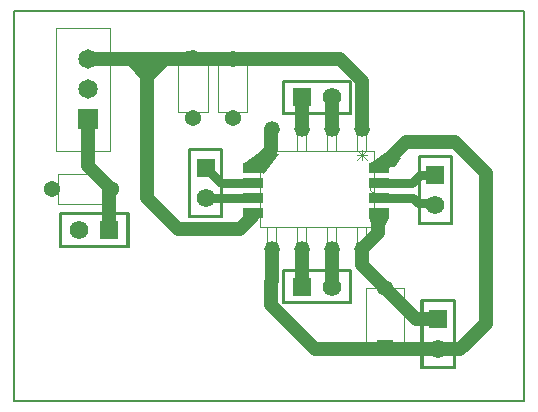
<source format=gbl>
G04*
G04 #@! TF.GenerationSoftware,Altium Limited,Altium Designer,21.0.8 (223)*
G04*
G04 Layer_Physical_Order=2*
G04 Layer_Color=16711680*
%FSLAX25Y25*%
%MOIN*%
G70*
G04*
G04 #@! TF.SameCoordinates,E7718C12-BC85-45C8-BBF6-CE0E0CA18016*
G04*
G04*
G04 #@! TF.FilePolarity,Positive*
G04*
G01*
G75*
%ADD10C,0.00600*%
%ADD12C,0.00787*%
%ADD14C,0.00300*%
%ADD15C,0.00000*%
%ADD16C,0.00100*%
%ADD17C,0.05400*%
%ADD18C,0.06181*%
%ADD19R,0.06181X0.06181*%
%ADD20C,0.05200*%
%ADD21R,0.06181X0.06181*%
%ADD22R,0.05400X0.05400*%
%ADD23C,0.04724*%
%ADD24C,0.06500*%
%ADD25R,0.06500X0.06500*%
%ADD26R,0.07100X0.03200*%
%ADD27C,0.03150*%
G36*
X181000Y251700D02*
X175900Y246600D01*
X172600D01*
X168200Y251800D01*
X181000D01*
Y251700D01*
D02*
G37*
G36*
X218300Y222400D02*
X213300Y215800D01*
X206500Y218900D01*
X213500Y224000D01*
X218300Y222400D01*
D02*
G37*
G36*
X255100Y201000D02*
X253500Y197700D01*
X249700D01*
X248300Y201100D01*
X255100Y201000D01*
D02*
G37*
G36*
X258980Y221011D02*
X256911Y218137D01*
X250177D01*
X248200Y219000D01*
X254628Y223285D01*
X258980Y221011D01*
D02*
G37*
D10*
X153600Y233900D02*
X155600D01*
X154600Y232900D02*
Y234900D01*
D12*
X130000Y140000D02*
Y270000D01*
Y140000D02*
X300000D01*
Y270000D01*
X130000D02*
X300000D01*
X167784Y191803D02*
Y202197D01*
X145816D02*
X167784D01*
X145816Y191803D02*
Y202197D01*
Y191803D02*
X167784D01*
X275697Y199416D02*
Y221384D01*
X265303Y199416D02*
X275697D01*
X265303D02*
Y221384D01*
X275697D01*
X188703Y223584D02*
X199097D01*
X188703Y201616D02*
Y223584D01*
Y201616D02*
X199097D01*
Y223584D01*
X219916Y172903D02*
Y183297D01*
Y172903D02*
X241884D01*
Y183297D01*
X219916D02*
X241884D01*
X266203Y173284D02*
X276597D01*
X266203Y151316D02*
Y173284D01*
Y151316D02*
X276597D01*
Y173284D01*
X219916Y246397D02*
X241884D01*
Y236003D02*
Y246397D01*
X219916Y236003D02*
X241884D01*
X219916D02*
Y246397D01*
X168178Y191409D02*
Y202591D01*
X145422D02*
X168178D01*
X145422Y191409D02*
Y202591D01*
Y191409D02*
X168178D01*
X276091Y199022D02*
Y221778D01*
X264910Y199022D02*
X276091D01*
X264910D02*
Y221778D01*
X276091D01*
X188309Y223978D02*
X199491D01*
X188309Y201222D02*
Y223978D01*
Y201222D02*
X199491D01*
Y223978D01*
X219522Y172509D02*
Y183691D01*
Y172509D02*
X242278D01*
Y183691D01*
X219522D02*
X242278D01*
X265809Y173678D02*
X276991D01*
X265809Y150922D02*
Y173678D01*
Y150922D02*
X276991D01*
Y173678D01*
X219522Y246791D02*
X242278D01*
Y235610D02*
Y246791D01*
X219522Y235610D02*
X242278D01*
X219522D02*
Y246791D01*
D14*
X247565Y223550D02*
X244233Y220218D01*
Y223550D02*
X247565Y220218D01*
X245899Y223550D02*
Y220218D01*
X244233Y221884D02*
X247565D01*
D15*
X155400Y225400D02*
G03*
X155400Y225400I-800J0D01*
G01*
X249900Y211900D02*
G03*
X249900Y209500I0J-1200D01*
G01*
D16*
X143850Y223400D02*
X161950D01*
X143850D02*
Y264400D01*
X161950D01*
Y223400D02*
Y264400D01*
X184800Y236492D02*
X194600D01*
X184800Y252192D02*
X194600D01*
Y236492D02*
Y252192D01*
X184800Y236492D02*
Y252192D01*
X198000Y236392D02*
X207800D01*
X198000Y252093D02*
X207800D01*
Y236392D02*
Y252093D01*
X198000Y236392D02*
Y252093D01*
X144607Y205800D02*
Y215600D01*
X160308Y205800D02*
Y215600D01*
X144607Y205800D02*
X160308D01*
X144607Y215600D02*
X160308D01*
X211900Y223300D02*
X249900D01*
Y198100D02*
Y223300D01*
X211900Y198100D02*
X249900D01*
X211900D02*
Y223300D01*
X247500Y189100D02*
Y198100D01*
X244300Y189100D02*
X247500D01*
X244300D02*
Y198100D01*
X247500D01*
X237500Y189100D02*
Y198100D01*
X234300Y189100D02*
X237500D01*
X234300D02*
Y198100D01*
X237500D01*
X227500Y189100D02*
Y198100D01*
X224300Y189100D02*
X227500D01*
X224300D02*
Y198100D01*
X227500D01*
X217500Y189100D02*
Y198100D01*
X214300Y189100D02*
X217500D01*
X214300D02*
Y198100D01*
X217500D01*
X214300Y223300D02*
Y232300D01*
X217500D01*
Y223300D02*
Y232300D01*
X214300Y223300D02*
X217500D01*
X224300D02*
Y232300D01*
X227500D01*
Y223300D02*
Y232300D01*
X224300Y223300D02*
X227500D01*
X234300D02*
Y232300D01*
X237500D01*
Y223300D02*
Y232300D01*
X234300Y223300D02*
X237500D01*
X244300D02*
Y232300D01*
X247500D01*
Y223300D02*
Y232300D01*
X244300Y223300D02*
X247500D01*
X247450Y157600D02*
X259950D01*
X247450D02*
Y177600D01*
X259950D01*
Y157600D02*
Y177600D01*
D17*
X189700Y254185D02*
D03*
Y234500D02*
D03*
X202900Y254085D02*
D03*
Y234400D02*
D03*
X162300Y210700D02*
D03*
X142615D02*
D03*
X253700Y177600D02*
D03*
D18*
X151800Y197000D02*
D03*
X270500Y205400D02*
D03*
X193900Y207600D02*
D03*
X235900Y178100D02*
D03*
X271400Y157300D02*
D03*
X235900Y241200D02*
D03*
D19*
X161800Y197000D02*
D03*
X225900Y178100D02*
D03*
Y241200D02*
D03*
D20*
X245900Y190700D02*
D03*
X235900D02*
D03*
X225900D02*
D03*
X215900D02*
D03*
Y230700D02*
D03*
X225900D02*
D03*
X235900D02*
D03*
X245900D02*
D03*
D21*
X270500Y215400D02*
D03*
X193900Y217600D02*
D03*
X271400Y167300D02*
D03*
D22*
X253700Y157600D02*
D03*
D23*
X174400Y207800D02*
Y254000D01*
Y207800D02*
X184800Y197400D01*
X205200D01*
X154600Y253900D02*
X174400D01*
Y254000D02*
X188000D01*
X188183Y254285D02*
X188568Y253900D01*
X188000Y254285D02*
X188183D01*
X188568Y253900D02*
X202900D01*
X238800D01*
X154600Y218400D02*
Y233900D01*
Y218400D02*
X162300Y210700D01*
Y210517D02*
Y210700D01*
X161800Y197000D02*
Y210017D01*
X162300Y210517D01*
X238800Y253900D02*
X245900Y246800D01*
Y230700D02*
Y246800D01*
X205200Y197400D02*
X209200Y201400D01*
X253700Y157300D02*
X278700D01*
X260592Y226200D02*
X277000D01*
X253396Y219004D02*
X260592Y226200D01*
X215809Y230609D02*
X215900Y230700D01*
X230500Y157300D02*
X253700D01*
X264000Y167300D02*
X271400D01*
X245900Y185400D02*
X264000Y167300D01*
X245900Y185400D02*
Y190829D01*
X287200Y165800D02*
Y216000D01*
X278700Y157300D02*
X287200Y165800D01*
X277000Y226200D02*
X287200Y216000D01*
X215700Y172100D02*
X230500Y157300D01*
X235900Y230700D02*
Y241200D01*
X225900Y230700D02*
Y241000D01*
X235900Y178100D02*
Y190700D01*
X225900Y178100D02*
Y190700D01*
Y178100D02*
X225979Y178179D01*
X215700Y172100D02*
Y179786D01*
X215900Y179986D01*
Y190700D01*
X210900Y218600D02*
X215809Y223509D01*
Y230609D01*
X251200Y196129D02*
Y201838D01*
X245900Y190829D02*
X251200Y196129D01*
D24*
X154600Y253900D02*
D03*
Y243900D02*
D03*
D25*
Y233900D02*
D03*
D26*
X209834Y202600D02*
D03*
Y207600D02*
D03*
Y212600D02*
D03*
Y217600D02*
D03*
X251566D02*
D03*
Y212600D02*
D03*
Y207600D02*
D03*
Y202600D02*
D03*
D27*
X193900Y217600D02*
X198900Y212600D01*
X209834D01*
X209784Y207600D02*
X209809Y207625D01*
X193900Y207600D02*
X209784D01*
X209809Y207625D02*
X209834Y207600D01*
X264620Y205980D02*
X269920D01*
X270500Y205400D01*
X263000Y207600D02*
X264620Y205980D01*
X251566Y207600D02*
X263000D01*
X265400Y215300D02*
X270400D01*
X270500Y215400D01*
X262700Y212600D02*
X265400Y215300D01*
X251566Y212600D02*
X262700D01*
M02*

</source>
